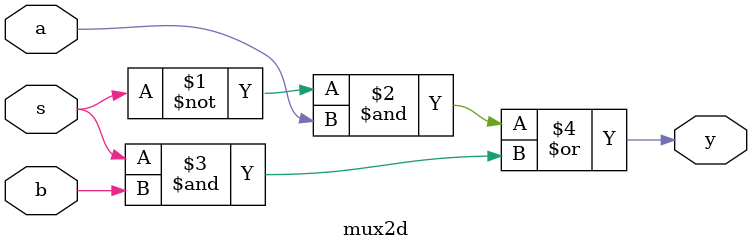
<source format=v>
module mux2g(output y, input a,b,s);
wire w1,w2,Snot;
not(Snot,s);
and (w1,s,b),(w2,Snot,a);
or(y,w1,w2);
endmodule

//mux 2 to 1 data flow model
module mux2d(output y,input a,b,s);
assign y = (~s & a) | (s & b);
endmodule



</source>
